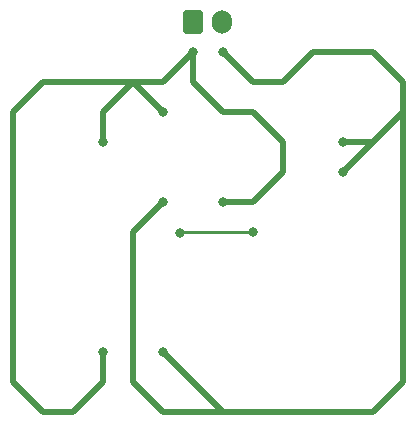
<source format=gbr>
%TF.GenerationSoftware,KiCad,Pcbnew,(6.0.2)*%
%TF.CreationDate,2023-04-14T14:35:17-07:00*%
%TF.ProjectId,555-timer,3535352d-7469-46d6-9572-2e6b69636164,rev?*%
%TF.SameCoordinates,Original*%
%TF.FileFunction,Copper,L2,Bot*%
%TF.FilePolarity,Positive*%
%FSLAX46Y46*%
G04 Gerber Fmt 4.6, Leading zero omitted, Abs format (unit mm)*
G04 Created by KiCad (PCBNEW (6.0.2)) date 2023-04-14 14:35:17*
%MOMM*%
%LPD*%
G01*
G04 APERTURE LIST*
G04 Aperture macros list*
%AMRoundRect*
0 Rectangle with rounded corners*
0 $1 Rounding radius*
0 $2 $3 $4 $5 $6 $7 $8 $9 X,Y pos of 4 corners*
0 Add a 4 corners polygon primitive as box body*
4,1,4,$2,$3,$4,$5,$6,$7,$8,$9,$2,$3,0*
0 Add four circle primitives for the rounded corners*
1,1,$1+$1,$2,$3*
1,1,$1+$1,$4,$5*
1,1,$1+$1,$6,$7*
1,1,$1+$1,$8,$9*
0 Add four rect primitives between the rounded corners*
20,1,$1+$1,$2,$3,$4,$5,0*
20,1,$1+$1,$4,$5,$6,$7,0*
20,1,$1+$1,$6,$7,$8,$9,0*
20,1,$1+$1,$8,$9,$2,$3,0*%
G04 Aperture macros list end*
%TA.AperFunction,ComponentPad*%
%ADD10RoundRect,0.250000X-0.600000X-0.750000X0.600000X-0.750000X0.600000X0.750000X-0.600000X0.750000X0*%
%TD*%
%TA.AperFunction,ComponentPad*%
%ADD11O,1.700000X2.000000*%
%TD*%
%TA.AperFunction,ViaPad*%
%ADD12C,0.800000*%
%TD*%
%TA.AperFunction,Conductor*%
%ADD13C,0.508000*%
%TD*%
%TA.AperFunction,Conductor*%
%ADD14C,0.254000*%
%TD*%
G04 APERTURE END LIST*
D10*
%TO.P,J1,1,Pin_1*%
%TO.N,+9V*%
X76200000Y-81280000D03*
D11*
%TO.P,J1,2,Pin_2*%
%TO.N,GND*%
X78700000Y-81280000D03*
%TD*%
D12*
%TO.N,/pin_2*%
X81280000Y-99060000D03*
X75065000Y-99195000D03*
%TO.N,+9V*%
X73660000Y-88900000D03*
%TO.N,GND*%
X73660000Y-96520000D03*
X88900000Y-93980000D03*
X88900000Y-91440000D03*
%TO.N,+9V*%
X68580000Y-91440000D03*
X78740000Y-96520000D03*
%TO.N,GND*%
X73660000Y-109220000D03*
%TO.N,+9V*%
X68580000Y-109220000D03*
X76200000Y-83820000D03*
%TO.N,GND*%
X78740000Y-83820000D03*
%TD*%
D13*
%TO.N,GND*%
X88900000Y-93980000D02*
X91440000Y-91440000D01*
D14*
%TO.N,/pin_2*%
X75200000Y-99060000D02*
X75065000Y-99195000D01*
X81280000Y-99060000D02*
X75200000Y-99060000D01*
D13*
%TO.N,+9V*%
X73660000Y-88900000D02*
X71120000Y-86360000D01*
X73660000Y-86360000D02*
X76200000Y-83820000D01*
X78740000Y-88900000D02*
X76200000Y-86360000D01*
X81280000Y-88900000D02*
X78740000Y-88900000D01*
X83820000Y-91440000D02*
X81280000Y-88900000D01*
X83820000Y-93980000D02*
X83820000Y-91440000D01*
X81280000Y-96520000D02*
X83820000Y-93980000D01*
X76200000Y-86360000D02*
X76200000Y-83820000D01*
X78740000Y-96520000D02*
X81280000Y-96520000D01*
%TO.N,GND*%
X73660000Y-109220000D02*
X78740000Y-114300000D01*
X93980000Y-111760000D02*
X93980000Y-88900000D01*
X71120000Y-111760000D02*
X73660000Y-114300000D01*
X73660000Y-114300000D02*
X91440000Y-114300000D01*
X71120000Y-99060000D02*
X71120000Y-111760000D01*
X91440000Y-114300000D02*
X93980000Y-111760000D01*
X73660000Y-96520000D02*
X71120000Y-99060000D01*
X91440000Y-91440000D02*
X93980000Y-88900000D01*
X88900000Y-91440000D02*
X91440000Y-91440000D01*
X81280000Y-86360000D02*
X78740000Y-83820000D01*
X83820000Y-86360000D02*
X81280000Y-86360000D01*
X86360000Y-83820000D02*
X83820000Y-86360000D01*
X91440000Y-83820000D02*
X86360000Y-83820000D01*
X93980000Y-88900000D02*
X93980000Y-86360000D01*
X93980000Y-86360000D02*
X91440000Y-83820000D01*
%TO.N,+9V*%
X68580000Y-88900000D02*
X71120000Y-86360000D01*
X68580000Y-91440000D02*
X68580000Y-88900000D01*
X60960000Y-88900000D02*
X63500000Y-86360000D01*
X63500000Y-86360000D02*
X73660000Y-86360000D01*
X60960000Y-111760000D02*
X60960000Y-88900000D01*
X63500000Y-114300000D02*
X60960000Y-111760000D01*
X66040000Y-114300000D02*
X63500000Y-114300000D01*
X68580000Y-111760000D02*
X66040000Y-114300000D01*
X68580000Y-109220000D02*
X68580000Y-111760000D01*
%TD*%
M02*

</source>
